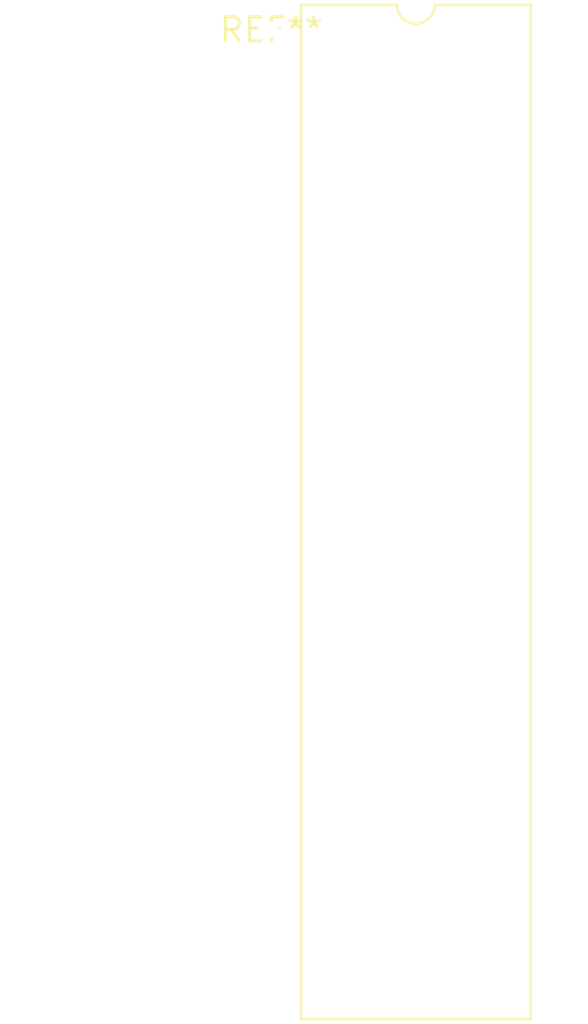
<source format=kicad_pcb>
(kicad_pcb (version 20240108) (generator pcbnew)
  (layers (0 "F.Cu" signal) (31 "B.Cu" signal) (34 "B.Paste" user) (35 "F.Paste" user) (36 "B.SilkS" user "B.Silkscreen") (37 "F.SilkS" user "F.Silkscreen") (38 "B.Mask" user) (39 "F.Mask" user) (44 "Edge.Cuts" user))
  (net 0 "")
  (footprint "DIP-42_W15.24mm_LongPads" (layer "F.Cu") (at 0 0)
    (property "Reference" "REF**")
    (property "Value" "DIP-42_W15.24mm_LongPads")
    (fp_line (start 1.56 -1.33) (end 1.56 52.13) (layer "F.SilkS") (stroke (width 0.12)))
    (fp_line (start 1.56 52.13) (end 13.68 52.13) (layer "F.SilkS") (stroke (width 0.12)))
    (fp_line (start 6.62 -1.33) (end 1.56 -1.33) (layer "F.SilkS") (stroke (width 0.12)))
    (fp_line (start 13.68 -1.33) (end 8.62 -1.33) (layer "F.SilkS") (stroke (width 0.12)))
    (fp_line (start 13.68 52.13) (end 13.68 -1.33) (layer "F.SilkS") (stroke (width 0.12)))
    (fp_arc (start 8.62 -1.33) (mid 7.62 -0.33) (end 6.62 -1.33) (layer "F.SilkS") (stroke (width 0.12)))
    (pad "1" thru_hole rect (at 0 0) (size 2.4 1.6) (drill 0.8) (layers *.Cu *.Mask) (remove_unused_layers))
    (pad "2" thru_hole oval (at 0 2.54) (size 2.4 1.6) (drill 0.8) (layers *.Cu *.Mask) (remove_unused_layers))
    (pad "3" thru_hole oval (at 0 5.08) (size 2.4 1.6) (drill 0.8) (layers *.Cu *.Mask) (remove_unused_layers))
    (pad "4" thru_hole oval (at 0 7.62) (size 2.4 1.6) (drill 0.8) (layers *.Cu *.Mask) (remove_unused_layers))
    (pad "5" thru_hole oval (at 0 10.16) (size 2.4 1.6) (drill 0.8) (layers *.Cu *.Mask) (remove_unused_layers))
    (pad "6" thru_hole oval (at 0 12.7) (size 2.4 1.6) (drill 0.8) (layers *.Cu *.Mask) (remove_unused_layers))
    (pad "7" thru_hole oval (at 0 15.24) (size 2.4 1.6) (drill 0.8) (layers *.Cu *.Mask) (remove_unused_layers))
    (pad "8" thru_hole oval (at 0 17.78) (size 2.4 1.6) (drill 0.8) (layers *.Cu *.Mask) (remove_unused_layers))
    (pad "9" thru_hole oval (at 0 20.32) (size 2.4 1.6) (drill 0.8) (layers *.Cu *.Mask) (remove_unused_layers))
    (pad "10" thru_hole oval (at 0 22.86) (size 2.4 1.6) (drill 0.8) (layers *.Cu *.Mask) (remove_unused_layers))
    (pad "11" thru_hole oval (at 0 25.4) (size 2.4 1.6) (drill 0.8) (layers *.Cu *.Mask) (remove_unused_layers))
    (pad "12" thru_hole oval (at 0 27.94) (size 2.4 1.6) (drill 0.8) (layers *.Cu *.Mask) (remove_unused_layers))
    (pad "13" thru_hole oval (at 0 30.48) (size 2.4 1.6) (drill 0.8) (layers *.Cu *.Mask) (remove_unused_layers))
    (pad "14" thru_hole oval (at 0 33.02) (size 2.4 1.6) (drill 0.8) (layers *.Cu *.Mask) (remove_unused_layers))
    (pad "15" thru_hole oval (at 0 35.56) (size 2.4 1.6) (drill 0.8) (layers *.Cu *.Mask) (remove_unused_layers))
    (pad "16" thru_hole oval (at 0 38.1) (size 2.4 1.6) (drill 0.8) (layers *.Cu *.Mask) (remove_unused_layers))
    (pad "17" thru_hole oval (at 0 40.64) (size 2.4 1.6) (drill 0.8) (layers *.Cu *.Mask) (remove_unused_layers))
    (pad "18" thru_hole oval (at 0 43.18) (size 2.4 1.6) (drill 0.8) (layers *.Cu *.Mask) (remove_unused_layers))
    (pad "19" thru_hole oval (at 0 45.72) (size 2.4 1.6) (drill 0.8) (layers *.Cu *.Mask) (remove_unused_layers))
    (pad "20" thru_hole oval (at 0 48.26) (size 2.4 1.6) (drill 0.8) (layers *.Cu *.Mask) (remove_unused_layers))
    (pad "21" thru_hole oval (at 0 50.8) (size 2.4 1.6) (drill 0.8) (layers *.Cu *.Mask) (remove_unused_layers))
    (pad "22" thru_hole oval (at 15.24 50.8) (size 2.4 1.6) (drill 0.8) (layers *.Cu *.Mask) (remove_unused_layers))
    (pad "23" thru_hole oval (at 15.24 48.26) (size 2.4 1.6) (drill 0.8) (layers *.Cu *.Mask) (remove_unused_layers))
    (pad "24" thru_hole oval (at 15.24 45.72) (size 2.4 1.6) (drill 0.8) (layers *.Cu *.Mask) (remove_unused_layers))
    (pad "25" thru_hole oval (at 15.24 43.18) (size 2.4 1.6) (drill 0.8) (layers *.Cu *.Mask) (remove_unused_layers))
    (pad "26" thru_hole oval (at 15.24 40.64) (size 2.4 1.6) (drill 0.8) (layers *.Cu *.Mask) (remove_unused_layers))
    (pad "27" thru_hole oval (at 15.24 38.1) (size 2.4 1.6) (drill 0.8) (layers *.Cu *.Mask) (remove_unused_layers))
    (pad "28" thru_hole oval (at 15.24 35.56) (size 2.4 1.6) (drill 0.8) (layers *.Cu *.Mask) (remove_unused_layers))
    (pad "29" thru_hole oval (at 15.24 33.02) (size 2.4 1.6) (drill 0.8) (layers *.Cu *.Mask) (remove_unused_layers))
    (pad "30" thru_hole oval (at 15.24 30.48) (size 2.4 1.6) (drill 0.8) (layers *.Cu *.Mask) (remove_unused_layers))
    (pad "31" thru_hole oval (at 15.24 27.94) (size 2.4 1.6) (drill 0.8) (layers *.Cu *.Mask) (remove_unused_layers))
    (pad "32" thru_hole oval (at 15.24 25.4) (size 2.4 1.6) (drill 0.8) (layers *.Cu *.Mask) (remove_unused_layers))
    (pad "33" thru_hole oval (at 15.24 22.86) (size 2.4 1.6) (drill 0.8) (layers *.Cu *.Mask) (remove_unused_layers))
    (pad "34" thru_hole oval (at 15.24 20.32) (size 2.4 1.6) (drill 0.8) (layers *.Cu *.Mask) (remove_unused_layers))
    (pad "35" thru_hole oval (at 15.24 17.78) (size 2.4 1.6) (drill 0.8) (layers *.Cu *.Mask) (remove_unused_layers))
    (pad "36" thru_hole oval (at 15.24 15.24) (size 2.4 1.6) (drill 0.8) (layers *.Cu *.Mask) (remove_unused_layers))
    (pad "37" thru_hole oval (at 15.24 12.7) (size 2.4 1.6) (drill 0.8) (layers *.Cu *.Mask) (remove_unused_layers))
    (pad "38" thru_hole oval (at 15.24 10.16) (size 2.4 1.6) (drill 0.8) (layers *.Cu *.Mask) (remove_unused_layers))
    (pad "39" thru_hole oval (at 15.24 7.62) (size 2.4 1.6) (drill 0.8) (layers *.Cu *.Mask) (remove_unused_layers))
    (pad "40" thru_hole oval (at 15.24 5.08) (size 2.4 1.6) (drill 0.8) (layers *.Cu *.Mask) (remove_unused_layers))
    (pad "41" thru_hole oval (at 15.24 2.54) (size 2.4 1.6) (drill 0.8) (layers *.Cu *.Mask) (remove_unused_layers))
    (pad "42" thru_hole oval (at 15.24 0) (size 2.4 1.6) (drill 0.8) (layers *.Cu *.Mask) (remove_unused_layers))
  )
)
</source>
